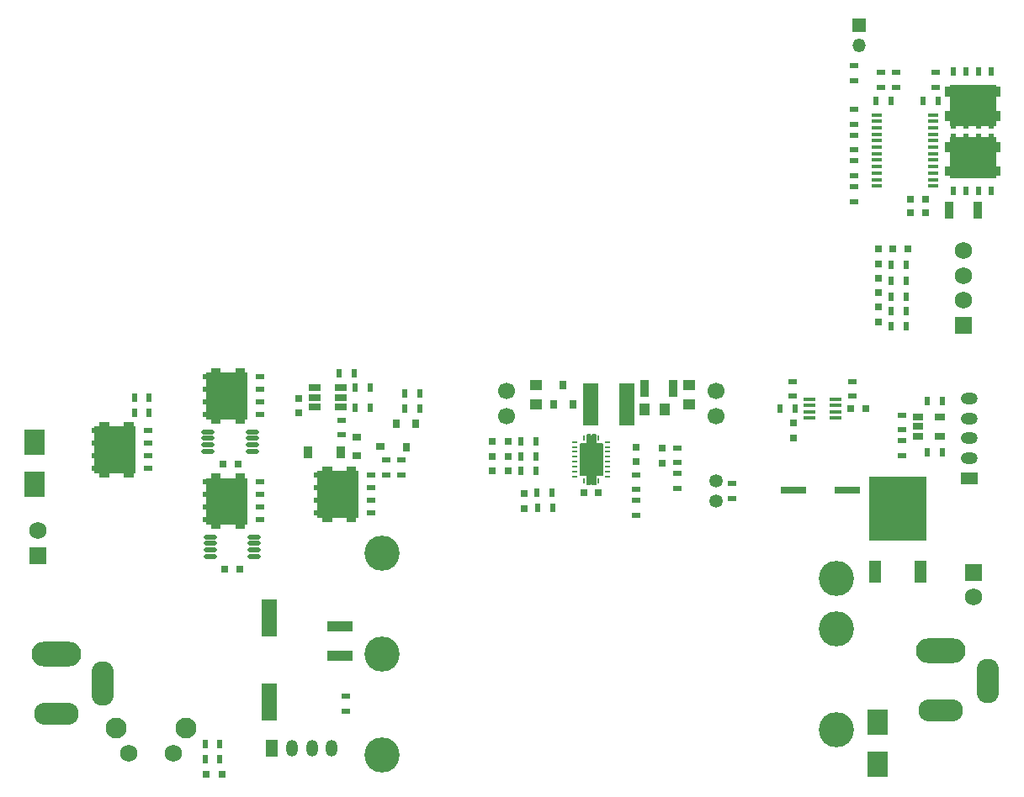
<source format=gts>
G04 #@! TF.GenerationSoftware,KiCad,Pcbnew,(5.1.8)-1*
G04 #@! TF.CreationDate,2020-12-30T11:10:38+09:00*
G04 #@! TF.ProjectId,JetsonXavierNX_UPS,4a657473-6f6e-4586-9176-6965724e585f,rev?*
G04 #@! TF.SameCoordinates,Original*
G04 #@! TF.FileFunction,Soldermask,Top*
G04 #@! TF.FilePolarity,Negative*
%FSLAX46Y46*%
G04 Gerber Fmt 4.6, Leading zero omitted, Abs format (unit mm)*
G04 Created by KiCad (PCBNEW (5.1.8)-1) date 2020-12-30 11:10:38*
%MOMM*%
%LPD*%
G01*
G04 APERTURE LIST*
%ADD10C,0.010000*%
%ADD11R,0.500000X0.900000*%
%ADD12R,1.220000X0.400000*%
%ADD13O,1.700000X1.200000*%
%ADD14R,1.700000X1.200000*%
%ADD15C,3.540000*%
%ADD16R,1.492199X3.701999*%
%ADD17R,0.620000X0.940000*%
%ADD18C,1.750000*%
%ADD19R,1.750000X1.750000*%
%ADD20R,2.590800X0.762000*%
%ADD21R,1.250000X1.000000*%
%ADD22R,1.000000X1.250000*%
%ADD23R,0.940000X0.620000*%
%ADD24R,0.800000X0.750000*%
%ADD25R,0.750000X0.800000*%
%ADD26R,2.500000X1.000000*%
%ADD27R,0.800000X0.800000*%
%ADD28R,0.800000X0.900000*%
%ADD29R,0.900000X1.200000*%
%ADD30R,2.030000X2.650000*%
%ADD31O,2.250000X4.500000*%
%ADD32O,4.500000X2.250000*%
%ADD33O,5.000000X2.500000*%
%ADD34R,1.200000X1.700000*%
%ADD35O,1.200000X1.700000*%
%ADD36R,1.350000X1.350000*%
%ADD37O,1.350000X1.350000*%
%ADD38R,1.500000X4.200000*%
%ADD39R,0.900000X0.800000*%
%ADD40R,0.900000X0.500000*%
%ADD41R,0.900000X1.700000*%
%ADD42C,2.100000*%
%ADD43O,1.350000X0.449999*%
%ADD44R,1.060000X0.650000*%
%ADD45R,1.100000X0.400000*%
%ADD46R,0.240000X0.600000*%
%ADD47R,0.600000X0.240000*%
%ADD48R,2.050000X3.050000*%
%ADD49C,0.300000*%
%ADD50R,1.220000X0.650000*%
%ADD51R,1.200000X2.200000*%
%ADD52R,5.800000X6.400000*%
%ADD53C,1.700000*%
%ADD54C,1.350000*%
G04 APERTURE END LIST*
D10*
G36*
X204850000Y-95350780D02*
G01*
X204850000Y-96250000D01*
X204348410Y-96250000D01*
X204348410Y-95350780D01*
X204850000Y-95350780D01*
G37*
X204850000Y-95350780D02*
X204850000Y-96250000D01*
X204348410Y-96250000D01*
X204348410Y-95350780D01*
X204850000Y-95350780D01*
G36*
X204850000Y-92899080D02*
G01*
X204850000Y-93800000D01*
X204347700Y-93800000D01*
X204347700Y-92899080D01*
X204850000Y-92899080D01*
G37*
X204850000Y-92899080D02*
X204850000Y-93800000D01*
X204347700Y-93800000D01*
X204347700Y-92899080D01*
X204850000Y-92899080D01*
G36*
X209850000Y-95350440D02*
G01*
X209850000Y-96250000D01*
X209350730Y-96250000D01*
X209350730Y-95350440D01*
X209850000Y-95350440D01*
G37*
X209850000Y-95350440D02*
X209850000Y-96250000D01*
X209350730Y-96250000D01*
X209350730Y-95350440D01*
X209850000Y-95350440D01*
G36*
X209850000Y-92898770D02*
G01*
X209850000Y-93800000D01*
X209352510Y-93800000D01*
X209352510Y-92898770D01*
X209850000Y-92898770D01*
G37*
X209850000Y-92898770D02*
X209850000Y-93800000D01*
X209352510Y-93800000D01*
X209352510Y-92898770D01*
X209850000Y-92898770D01*
G36*
X209400000Y-92698340D02*
G01*
X209400000Y-96750000D01*
X204797070Y-96750000D01*
X204797070Y-92698340D01*
X209400000Y-92698340D01*
G37*
X209400000Y-92698340D02*
X209400000Y-96750000D01*
X204797070Y-96750000D01*
X204797070Y-92698340D01*
X209400000Y-92698340D01*
G36*
X204800000Y-102001660D02*
G01*
X204800000Y-97950000D01*
X209402930Y-97950000D01*
X209402930Y-102001660D01*
X204800000Y-102001660D01*
G37*
X204800000Y-102001660D02*
X204800000Y-97950000D01*
X209402930Y-97950000D01*
X209402930Y-102001660D01*
X204800000Y-102001660D01*
G36*
X204350000Y-101801230D02*
G01*
X204350000Y-100900000D01*
X204847490Y-100900000D01*
X204847490Y-101801230D01*
X204350000Y-101801230D01*
G37*
X204350000Y-101801230D02*
X204350000Y-100900000D01*
X204847490Y-100900000D01*
X204847490Y-101801230D01*
X204350000Y-101801230D01*
G36*
X204350000Y-99349560D02*
G01*
X204350000Y-98450000D01*
X204849270Y-98450000D01*
X204849270Y-99349560D01*
X204350000Y-99349560D01*
G37*
X204350000Y-99349560D02*
X204350000Y-98450000D01*
X204849270Y-98450000D01*
X204849270Y-99349560D01*
X204350000Y-99349560D01*
G36*
X209350000Y-101800920D02*
G01*
X209350000Y-100900000D01*
X209852300Y-100900000D01*
X209852300Y-101800920D01*
X209350000Y-101800920D01*
G37*
X209350000Y-101800920D02*
X209350000Y-100900000D01*
X209852300Y-100900000D01*
X209852300Y-101800920D01*
X209350000Y-101800920D01*
G36*
X209350000Y-99349220D02*
G01*
X209350000Y-98450000D01*
X209851590Y-98450000D01*
X209851590Y-99349220D01*
X209350000Y-99349220D01*
G37*
X209350000Y-99349220D02*
X209350000Y-98450000D01*
X209851590Y-98450000D01*
X209851590Y-99349220D01*
X209350000Y-99349220D01*
G36*
X122801660Y-131700000D02*
G01*
X118750000Y-131700000D01*
X118750000Y-127097070D01*
X122801660Y-127097070D01*
X122801660Y-131700000D01*
G37*
X122801660Y-131700000D02*
X118750000Y-131700000D01*
X118750000Y-127097070D01*
X122801660Y-127097070D01*
X122801660Y-131700000D01*
G36*
X122601230Y-132150000D02*
G01*
X121700000Y-132150000D01*
X121700000Y-131652510D01*
X122601230Y-131652510D01*
X122601230Y-132150000D01*
G37*
X122601230Y-132150000D02*
X121700000Y-132150000D01*
X121700000Y-131652510D01*
X122601230Y-131652510D01*
X122601230Y-132150000D01*
G36*
X120149560Y-132150000D02*
G01*
X119250000Y-132150000D01*
X119250000Y-131650730D01*
X120149560Y-131650730D01*
X120149560Y-132150000D01*
G37*
X120149560Y-132150000D02*
X119250000Y-132150000D01*
X119250000Y-131650730D01*
X120149560Y-131650730D01*
X120149560Y-132150000D01*
G36*
X122600920Y-127150000D02*
G01*
X121700000Y-127150000D01*
X121700000Y-126647700D01*
X122600920Y-126647700D01*
X122600920Y-127150000D01*
G37*
X122600920Y-127150000D02*
X121700000Y-127150000D01*
X121700000Y-126647700D01*
X122600920Y-126647700D01*
X122600920Y-127150000D01*
G36*
X120149220Y-127150000D02*
G01*
X119250000Y-127150000D01*
X119250000Y-126648410D01*
X120149220Y-126648410D01*
X120149220Y-127150000D01*
G37*
X120149220Y-127150000D02*
X119250000Y-127150000D01*
X119250000Y-126648410D01*
X120149220Y-126648410D01*
X120149220Y-127150000D01*
G36*
X131349220Y-121750000D02*
G01*
X130450000Y-121750000D01*
X130450000Y-121248410D01*
X131349220Y-121248410D01*
X131349220Y-121750000D01*
G37*
X131349220Y-121750000D02*
X130450000Y-121750000D01*
X130450000Y-121248410D01*
X131349220Y-121248410D01*
X131349220Y-121750000D01*
G36*
X133800920Y-121750000D02*
G01*
X132900000Y-121750000D01*
X132900000Y-121247700D01*
X133800920Y-121247700D01*
X133800920Y-121750000D01*
G37*
X133800920Y-121750000D02*
X132900000Y-121750000D01*
X132900000Y-121247700D01*
X133800920Y-121247700D01*
X133800920Y-121750000D01*
G36*
X131349560Y-126750000D02*
G01*
X130450000Y-126750000D01*
X130450000Y-126250730D01*
X131349560Y-126250730D01*
X131349560Y-126750000D01*
G37*
X131349560Y-126750000D02*
X130450000Y-126750000D01*
X130450000Y-126250730D01*
X131349560Y-126250730D01*
X131349560Y-126750000D01*
G36*
X133801230Y-126750000D02*
G01*
X132900000Y-126750000D01*
X132900000Y-126252510D01*
X133801230Y-126252510D01*
X133801230Y-126750000D01*
G37*
X133801230Y-126750000D02*
X132900000Y-126750000D01*
X132900000Y-126252510D01*
X133801230Y-126252510D01*
X133801230Y-126750000D01*
G36*
X134001660Y-126300000D02*
G01*
X129950000Y-126300000D01*
X129950000Y-121697070D01*
X134001660Y-121697070D01*
X134001660Y-126300000D01*
G37*
X134001660Y-126300000D02*
X129950000Y-126300000D01*
X129950000Y-121697070D01*
X134001660Y-121697070D01*
X134001660Y-126300000D01*
G36*
X131349220Y-132350000D02*
G01*
X130450000Y-132350000D01*
X130450000Y-131848410D01*
X131349220Y-131848410D01*
X131349220Y-132350000D01*
G37*
X131349220Y-132350000D02*
X130450000Y-132350000D01*
X130450000Y-131848410D01*
X131349220Y-131848410D01*
X131349220Y-132350000D01*
G36*
X133800920Y-132350000D02*
G01*
X132900000Y-132350000D01*
X132900000Y-131847700D01*
X133800920Y-131847700D01*
X133800920Y-132350000D01*
G37*
X133800920Y-132350000D02*
X132900000Y-132350000D01*
X132900000Y-131847700D01*
X133800920Y-131847700D01*
X133800920Y-132350000D01*
G36*
X131349560Y-137350000D02*
G01*
X130450000Y-137350000D01*
X130450000Y-136850730D01*
X131349560Y-136850730D01*
X131349560Y-137350000D01*
G37*
X131349560Y-137350000D02*
X130450000Y-137350000D01*
X130450000Y-136850730D01*
X131349560Y-136850730D01*
X131349560Y-137350000D01*
G36*
X133801230Y-137350000D02*
G01*
X132900000Y-137350000D01*
X132900000Y-136852510D01*
X133801230Y-136852510D01*
X133801230Y-137350000D01*
G37*
X133801230Y-137350000D02*
X132900000Y-137350000D01*
X132900000Y-136852510D01*
X133801230Y-136852510D01*
X133801230Y-137350000D01*
G36*
X134001660Y-136900000D02*
G01*
X129950000Y-136900000D01*
X129950000Y-132297070D01*
X134001660Y-132297070D01*
X134001660Y-136900000D01*
G37*
X134001660Y-136900000D02*
X129950000Y-136900000D01*
X129950000Y-132297070D01*
X134001660Y-132297070D01*
X134001660Y-136900000D01*
G36*
X142549220Y-131650000D02*
G01*
X141650000Y-131650000D01*
X141650000Y-131148410D01*
X142549220Y-131148410D01*
X142549220Y-131650000D01*
G37*
X142549220Y-131650000D02*
X141650000Y-131650000D01*
X141650000Y-131148410D01*
X142549220Y-131148410D01*
X142549220Y-131650000D01*
G36*
X145000920Y-131650000D02*
G01*
X144100000Y-131650000D01*
X144100000Y-131147700D01*
X145000920Y-131147700D01*
X145000920Y-131650000D01*
G37*
X145000920Y-131650000D02*
X144100000Y-131650000D01*
X144100000Y-131147700D01*
X145000920Y-131147700D01*
X145000920Y-131650000D01*
G36*
X142549560Y-136650000D02*
G01*
X141650000Y-136650000D01*
X141650000Y-136150730D01*
X142549560Y-136150730D01*
X142549560Y-136650000D01*
G37*
X142549560Y-136650000D02*
X141650000Y-136650000D01*
X141650000Y-136150730D01*
X142549560Y-136150730D01*
X142549560Y-136650000D01*
G36*
X145001230Y-136650000D02*
G01*
X144100000Y-136650000D01*
X144100000Y-136152510D01*
X145001230Y-136152510D01*
X145001230Y-136650000D01*
G37*
X145001230Y-136650000D02*
X144100000Y-136650000D01*
X144100000Y-136152510D01*
X145001230Y-136152510D01*
X145001230Y-136650000D01*
G36*
X145201660Y-136200000D02*
G01*
X141150000Y-136200000D01*
X141150000Y-131597070D01*
X145201660Y-131597070D01*
X145201660Y-136200000D01*
G37*
X145201660Y-136200000D02*
X141150000Y-136200000D01*
X141150000Y-131597070D01*
X145201660Y-131597070D01*
X145201660Y-136200000D01*
G36*
X168223000Y-128773000D02*
G01*
X168223000Y-128000000D01*
X168223208Y-127992045D01*
X168223833Y-127984112D01*
X168224871Y-127976222D01*
X168226322Y-127968397D01*
X168228179Y-127960660D01*
X168230439Y-127953029D01*
X168233096Y-127945528D01*
X168236141Y-127938176D01*
X168239567Y-127930993D01*
X168243364Y-127924000D01*
X168247522Y-127917215D01*
X168252029Y-127910657D01*
X168256874Y-127904343D01*
X168262042Y-127898292D01*
X168267520Y-127892520D01*
X168273292Y-127887042D01*
X168279343Y-127881874D01*
X168285657Y-127877029D01*
X168292215Y-127872522D01*
X168299000Y-127868364D01*
X168305993Y-127864567D01*
X168313176Y-127861141D01*
X168320528Y-127858096D01*
X168328029Y-127855439D01*
X168335660Y-127853179D01*
X168343397Y-127851322D01*
X168351222Y-127849871D01*
X168359112Y-127848833D01*
X168367045Y-127848208D01*
X168375000Y-127848000D01*
X168475000Y-127848000D01*
X168482955Y-127848208D01*
X168490888Y-127848833D01*
X168498778Y-127849871D01*
X168506603Y-127851322D01*
X168514340Y-127853179D01*
X168521971Y-127855439D01*
X168529472Y-127858096D01*
X168536824Y-127861141D01*
X168544007Y-127864567D01*
X168551000Y-127868364D01*
X168557785Y-127872522D01*
X168564343Y-127877029D01*
X168570657Y-127881874D01*
X168576708Y-127887042D01*
X168582480Y-127892520D01*
X168587958Y-127898292D01*
X168593126Y-127904343D01*
X168597971Y-127910657D01*
X168602478Y-127917215D01*
X168606636Y-127924000D01*
X168610433Y-127930993D01*
X168613859Y-127938176D01*
X168616904Y-127945528D01*
X168619561Y-127953029D01*
X168621821Y-127960660D01*
X168623678Y-127968397D01*
X168625129Y-127976222D01*
X168626167Y-127984112D01*
X168626792Y-127992045D01*
X168627000Y-128000000D01*
X168627000Y-128373000D01*
X168772000Y-128373000D01*
X168773000Y-128373000D01*
X168773000Y-127998000D01*
X168773206Y-127990150D01*
X168773822Y-127982321D01*
X168774847Y-127974535D01*
X168776278Y-127966813D01*
X168778111Y-127959177D01*
X168780342Y-127951647D01*
X168782963Y-127944245D01*
X168785968Y-127936990D01*
X168789349Y-127929901D01*
X168793096Y-127923000D01*
X168797199Y-127916304D01*
X168801647Y-127909832D01*
X168806428Y-127903602D01*
X168811528Y-127897630D01*
X168816934Y-127891934D01*
X168822630Y-127886528D01*
X168828602Y-127881428D01*
X168834832Y-127876647D01*
X168841304Y-127872199D01*
X168848000Y-127868096D01*
X168854901Y-127864349D01*
X168861990Y-127860968D01*
X168869245Y-127857963D01*
X168876647Y-127855342D01*
X168884177Y-127853111D01*
X168891813Y-127851278D01*
X168899535Y-127849847D01*
X168907321Y-127848822D01*
X168915150Y-127848206D01*
X168923000Y-127848000D01*
X169026000Y-127848000D01*
X169033903Y-127848207D01*
X169041784Y-127848827D01*
X169049622Y-127849859D01*
X169057395Y-127851300D01*
X169065082Y-127853145D01*
X169072662Y-127855390D01*
X169080114Y-127858029D01*
X169087417Y-127861055D01*
X169094553Y-127864458D01*
X169101500Y-127868230D01*
X169108240Y-127872361D01*
X169114756Y-127876838D01*
X169121027Y-127881651D01*
X169127039Y-127886785D01*
X169132773Y-127892227D01*
X169138215Y-127897961D01*
X169143349Y-127903973D01*
X169148162Y-127910244D01*
X169152639Y-127916760D01*
X169156770Y-127923500D01*
X169160542Y-127930447D01*
X169163945Y-127937583D01*
X169166971Y-127944886D01*
X169169610Y-127952338D01*
X169171855Y-127959918D01*
X169173700Y-127967605D01*
X169175141Y-127975378D01*
X169176173Y-127983216D01*
X169176793Y-127991097D01*
X169177000Y-127999000D01*
X169177000Y-128773000D01*
X169675000Y-128773000D01*
X169682955Y-128773208D01*
X169690888Y-128773833D01*
X169698778Y-128774871D01*
X169706603Y-128776322D01*
X169714340Y-128778179D01*
X169721971Y-128780439D01*
X169729472Y-128783096D01*
X169736824Y-128786141D01*
X169744007Y-128789567D01*
X169751000Y-128793364D01*
X169757785Y-128797522D01*
X169764343Y-128802029D01*
X169770657Y-128806874D01*
X169776708Y-128812042D01*
X169782480Y-128817520D01*
X169787958Y-128823292D01*
X169793126Y-128829343D01*
X169797971Y-128835657D01*
X169802478Y-128842215D01*
X169806636Y-128849000D01*
X169810433Y-128855993D01*
X169813859Y-128863176D01*
X169816904Y-128870528D01*
X169819561Y-128878029D01*
X169821821Y-128885660D01*
X169823678Y-128893397D01*
X169825129Y-128901222D01*
X169826167Y-128909112D01*
X169826792Y-128917045D01*
X169827000Y-128925000D01*
X169827000Y-131876000D01*
X169826794Y-131883850D01*
X169826178Y-131891679D01*
X169825153Y-131899465D01*
X169823722Y-131907187D01*
X169821889Y-131914823D01*
X169819658Y-131922353D01*
X169817037Y-131929755D01*
X169814032Y-131937010D01*
X169810651Y-131944099D01*
X169806904Y-131951000D01*
X169802801Y-131957696D01*
X169798353Y-131964168D01*
X169793572Y-131970398D01*
X169788472Y-131976370D01*
X169783066Y-131982066D01*
X169777370Y-131987472D01*
X169771398Y-131992572D01*
X169765168Y-131997353D01*
X169758696Y-132001801D01*
X169752000Y-132005904D01*
X169745099Y-132009651D01*
X169738010Y-132013032D01*
X169730755Y-132016037D01*
X169723353Y-132018658D01*
X169715823Y-132020889D01*
X169708187Y-132022722D01*
X169700465Y-132024153D01*
X169692679Y-132025178D01*
X169684850Y-132025794D01*
X169677000Y-132026000D01*
X169178000Y-132026000D01*
X169177948Y-132026001D01*
X169177895Y-132026005D01*
X169177844Y-132026012D01*
X169177792Y-132026022D01*
X169177741Y-132026034D01*
X169177691Y-132026049D01*
X169177642Y-132026066D01*
X169177593Y-132026086D01*
X169177546Y-132026109D01*
X169177500Y-132026134D01*
X169177455Y-132026161D01*
X169177412Y-132026191D01*
X169177371Y-132026223D01*
X169177331Y-132026257D01*
X169177293Y-132026293D01*
X169177257Y-132026331D01*
X169177223Y-132026371D01*
X169177191Y-132026412D01*
X169177161Y-132026455D01*
X169177134Y-132026500D01*
X169177109Y-132026546D01*
X169177086Y-132026593D01*
X169177066Y-132026642D01*
X169177049Y-132026691D01*
X169177034Y-132026741D01*
X169177022Y-132026792D01*
X169177012Y-132026844D01*
X169177005Y-132026895D01*
X169177001Y-132026948D01*
X169177000Y-132027000D01*
X169177000Y-132801000D01*
X169176794Y-132808850D01*
X169176178Y-132816679D01*
X169175153Y-132824465D01*
X169173722Y-132832187D01*
X169171889Y-132839823D01*
X169169658Y-132847353D01*
X169167037Y-132854755D01*
X169164032Y-132862010D01*
X169160651Y-132869099D01*
X169156904Y-132876000D01*
X169152801Y-132882696D01*
X169148353Y-132889168D01*
X169143572Y-132895398D01*
X169138472Y-132901370D01*
X169133066Y-132907066D01*
X169127370Y-132912472D01*
X169121398Y-132917572D01*
X169115168Y-132922353D01*
X169108696Y-132926801D01*
X169102000Y-132930904D01*
X169095099Y-132934651D01*
X169088010Y-132938032D01*
X169080755Y-132941037D01*
X169073353Y-132943658D01*
X169065823Y-132945889D01*
X169058187Y-132947722D01*
X169050465Y-132949153D01*
X169042679Y-132950178D01*
X169034850Y-132950794D01*
X169027000Y-132951000D01*
X168922000Y-132951000D01*
X168914202Y-132950796D01*
X168906425Y-132950184D01*
X168898691Y-132949166D01*
X168891021Y-132947744D01*
X168883436Y-132945923D01*
X168875956Y-132943707D01*
X168868603Y-132941103D01*
X168861396Y-132938118D01*
X168854355Y-132934760D01*
X168847500Y-132931038D01*
X168840849Y-132926962D01*
X168834420Y-132922544D01*
X168828231Y-132917795D01*
X168822300Y-132912729D01*
X168816641Y-132907359D01*
X168811271Y-132901700D01*
X168806205Y-132895769D01*
X168801456Y-132889580D01*
X168797038Y-132883151D01*
X168792962Y-132876500D01*
X168789240Y-132869645D01*
X168785882Y-132862604D01*
X168782897Y-132855397D01*
X168780293Y-132848044D01*
X168778077Y-132840564D01*
X168776256Y-132832979D01*
X168774834Y-132825309D01*
X168773816Y-132817575D01*
X168773204Y-132809798D01*
X168773000Y-132802000D01*
X168773000Y-132427000D01*
X168628000Y-132427000D01*
X168627948Y-132427001D01*
X168627895Y-132427005D01*
X168627844Y-132427012D01*
X168627792Y-132427022D01*
X168627741Y-132427034D01*
X168627691Y-132427049D01*
X168627642Y-132427066D01*
X168627593Y-132427086D01*
X168627546Y-132427109D01*
X168627500Y-132427134D01*
X168627455Y-132427161D01*
X168627412Y-132427191D01*
X168627371Y-132427223D01*
X168627331Y-132427257D01*
X168627293Y-132427293D01*
X168627257Y-132427331D01*
X168627223Y-132427371D01*
X168627191Y-132427412D01*
X168627161Y-132427455D01*
X168627134Y-132427500D01*
X168627109Y-132427546D01*
X168627086Y-132427593D01*
X168627066Y-132427642D01*
X168627049Y-132427691D01*
X168627034Y-132427741D01*
X168627022Y-132427792D01*
X168627012Y-132427844D01*
X168627005Y-132427895D01*
X168627001Y-132427948D01*
X168627000Y-132428000D01*
X168627000Y-132801000D01*
X168626794Y-132808850D01*
X168626178Y-132816679D01*
X168625153Y-132824465D01*
X168623722Y-132832187D01*
X168621889Y-132839823D01*
X168619658Y-132847353D01*
X168617037Y-132854755D01*
X168614032Y-132862010D01*
X168610651Y-132869099D01*
X168606904Y-132876000D01*
X168602801Y-132882696D01*
X168598353Y-132889168D01*
X168593572Y-132895398D01*
X168588472Y-132901370D01*
X168583066Y-132907066D01*
X168577370Y-132912472D01*
X168571398Y-132917572D01*
X168565168Y-132922353D01*
X168558696Y-132926801D01*
X168552000Y-132930904D01*
X168545099Y-132934651D01*
X168538010Y-132938032D01*
X168530755Y-132941037D01*
X168523353Y-132943658D01*
X168515823Y-132945889D01*
X168508187Y-132947722D01*
X168500465Y-132949153D01*
X168492679Y-132950178D01*
X168484850Y-132950794D01*
X168477000Y-132951000D01*
X168371000Y-132951000D01*
X168363254Y-132950797D01*
X168355530Y-132950189D01*
X168347848Y-132949178D01*
X168340229Y-132947766D01*
X168332695Y-132945957D01*
X168325265Y-132943756D01*
X168317962Y-132941170D01*
X168310803Y-132938205D01*
X168303809Y-132934869D01*
X168297000Y-132931172D01*
X168290393Y-132927123D01*
X168284008Y-132922735D01*
X168277861Y-132918018D01*
X168271969Y-132912985D01*
X168266348Y-132907652D01*
X168261015Y-132902031D01*
X168255982Y-132896139D01*
X168251265Y-132889992D01*
X168246877Y-132883607D01*
X168242828Y-132877000D01*
X168239131Y-132870191D01*
X168235795Y-132863197D01*
X168232830Y-132856038D01*
X168230244Y-132848735D01*
X168228043Y-132841305D01*
X168226234Y-132833771D01*
X168224822Y-132826152D01*
X168223811Y-132818470D01*
X168223203Y-132810746D01*
X168223000Y-132803000D01*
X168223000Y-132027000D01*
X167725000Y-132027000D01*
X167717045Y-132026792D01*
X167709112Y-132026167D01*
X167701222Y-132025129D01*
X167693397Y-132023678D01*
X167685660Y-132021821D01*
X167678029Y-132019561D01*
X167670528Y-132016904D01*
X167663176Y-132013859D01*
X167655993Y-132010433D01*
X167649000Y-132006636D01*
X167642215Y-132002478D01*
X167635657Y-131997971D01*
X167629343Y-131993126D01*
X167623292Y-131987958D01*
X167617520Y-131982480D01*
X167612042Y-131976708D01*
X167606874Y-131970657D01*
X167602029Y-131964343D01*
X167597522Y-131957785D01*
X167593364Y-131951000D01*
X167589567Y-131944007D01*
X167586141Y-131936824D01*
X167583096Y-131929472D01*
X167580439Y-131921971D01*
X167578179Y-131914340D01*
X167576322Y-131906603D01*
X167574871Y-131898778D01*
X167573833Y-131890888D01*
X167573208Y-131882955D01*
X167573000Y-131875000D01*
X167573000Y-128926000D01*
X167573208Y-128918045D01*
X167573833Y-128910112D01*
X167574871Y-128902222D01*
X167576322Y-128894397D01*
X167578179Y-128886660D01*
X167580439Y-128879029D01*
X167583096Y-128871528D01*
X167586141Y-128864176D01*
X167589567Y-128856993D01*
X167593364Y-128850000D01*
X167597522Y-128843215D01*
X167602029Y-128836657D01*
X167606874Y-128830343D01*
X167612042Y-128824292D01*
X167617520Y-128818520D01*
X167623292Y-128813042D01*
X167629343Y-128807874D01*
X167635657Y-128803029D01*
X167642215Y-128798522D01*
X167649000Y-128794364D01*
X167655993Y-128790567D01*
X167663176Y-128787141D01*
X167670528Y-128784096D01*
X167678029Y-128781439D01*
X167685660Y-128779179D01*
X167693397Y-128777322D01*
X167701222Y-128775871D01*
X167709112Y-128774833D01*
X167717045Y-128774208D01*
X167725000Y-128774000D01*
X168222000Y-128774000D01*
X168222052Y-128773999D01*
X168222105Y-128773995D01*
X168222156Y-128773988D01*
X168222208Y-128773978D01*
X168222259Y-128773966D01*
X168222309Y-128773951D01*
X168222358Y-128773934D01*
X168222407Y-128773914D01*
X168222454Y-128773891D01*
X168222500Y-128773866D01*
X168222545Y-128773839D01*
X168222588Y-128773809D01*
X168222629Y-128773777D01*
X168222669Y-128773743D01*
X168222707Y-128773707D01*
X168222743Y-128773669D01*
X168222777Y-128773629D01*
X168222809Y-128773588D01*
X168222839Y-128773545D01*
X168222866Y-128773500D01*
X168222891Y-128773454D01*
X168222914Y-128773407D01*
X168222934Y-128773358D01*
X168222951Y-128773309D01*
X168222966Y-128773259D01*
X168222978Y-128773208D01*
X168222988Y-128773156D01*
X168222995Y-128773105D01*
X168222999Y-128773052D01*
X168223000Y-128773000D01*
G37*
X168223000Y-128773000D02*
X168223000Y-128000000D01*
X168223208Y-127992045D01*
X168223833Y-127984112D01*
X168224871Y-127976222D01*
X168226322Y-127968397D01*
X168228179Y-127960660D01*
X168230439Y-127953029D01*
X168233096Y-127945528D01*
X168236141Y-127938176D01*
X168239567Y-127930993D01*
X168243364Y-127924000D01*
X168247522Y-127917215D01*
X168252029Y-127910657D01*
X168256874Y-127904343D01*
X168262042Y-127898292D01*
X168267520Y-127892520D01*
X168273292Y-127887042D01*
X168279343Y-127881874D01*
X168285657Y-127877029D01*
X168292215Y-127872522D01*
X168299000Y-127868364D01*
X168305993Y-127864567D01*
X168313176Y-127861141D01*
X168320528Y-127858096D01*
X168328029Y-127855439D01*
X168335660Y-127853179D01*
X168343397Y-127851322D01*
X168351222Y-127849871D01*
X168359112Y-127848833D01*
X168367045Y-127848208D01*
X168375000Y-127848000D01*
X168475000Y-127848000D01*
X168482955Y-127848208D01*
X168490888Y-127848833D01*
X168498778Y-127849871D01*
X168506603Y-127851322D01*
X168514340Y-127853179D01*
X168521971Y-127855439D01*
X168529472Y-127858096D01*
X168536824Y-127861141D01*
X168544007Y-127864567D01*
X168551000Y-127868364D01*
X168557785Y-127872522D01*
X168564343Y-127877029D01*
X168570657Y-127881874D01*
X168576708Y-127887042D01*
X168582480Y-127892520D01*
X168587958Y-127898292D01*
X168593126Y-127904343D01*
X168597971Y-127910657D01*
X168602478Y-127917215D01*
X168606636Y-127924000D01*
X168610433Y-127930993D01*
X168613859Y-127938176D01*
X168616904Y-127945528D01*
X168619561Y-127953029D01*
X168621821Y-127960660D01*
X168623678Y-127968397D01*
X168625129Y-127976222D01*
X168626167Y-127984112D01*
X168626792Y-127992045D01*
X168627000Y-128000000D01*
X168627000Y-128373000D01*
X168772000Y-128373000D01*
X168773000Y-128373000D01*
X168773000Y-127998000D01*
X168773206Y-127990150D01*
X168773822Y-127982321D01*
X168774847Y-127974535D01*
X168776278Y-127966813D01*
X168778111Y-127959177D01*
X168780342Y-127951647D01*
X168782963Y-127944245D01*
X168785968Y-127936990D01*
X168789349Y-127929901D01*
X168793096Y-127923000D01*
X168797199Y-127916304D01*
X168801647Y-127909832D01*
X168806428Y-127903602D01*
X168811528Y-127897630D01*
X168816934Y-127891934D01*
X168822630Y-127886528D01*
X168828602Y-127881428D01*
X168834832Y-127876647D01*
X168841304Y-127872199D01*
X168848000Y-127868096D01*
X168854901Y-127864349D01*
X168861990Y-127860968D01*
X168869245Y-127857963D01*
X168876647Y-127855342D01*
X168884177Y-127853111D01*
X168891813Y-127851278D01*
X168899535Y-127849847D01*
X168907321Y-127848822D01*
X168915150Y-127848206D01*
X168923000Y-127848000D01*
X169026000Y-127848000D01*
X169033903Y-127848207D01*
X169041784Y-127848827D01*
X169049622Y-127849859D01*
X169057395Y-127851300D01*
X169065082Y-127853145D01*
X169072662Y-127855390D01*
X169080114Y-127858029D01*
X169087417Y-127861055D01*
X169094553Y-127864458D01*
X169101500Y-127868230D01*
X169108240Y-127872361D01*
X169114756Y-127876838D01*
X169121027Y-127881651D01*
X169127039Y-127886785D01*
X169132773Y-127892227D01*
X169138215Y-127897961D01*
X169143349Y-127903973D01*
X169148162Y-127910244D01*
X169152639Y-127916760D01*
X169156770Y-127923500D01*
X169160542Y-127930447D01*
X169163945Y-127937583D01*
X169166971Y-127944886D01*
X169169610Y-127952338D01*
X169171855Y-127959918D01*
X169173700Y-127967605D01*
X169175141Y-127975378D01*
X169176173Y-127983216D01*
X169176793Y-127991097D01*
X169177000Y-127999000D01*
X169177000Y-128773000D01*
X169675000Y-128773000D01*
X169682955Y-128773208D01*
X169690888Y-128773833D01*
X169698778Y-128774871D01*
X169706603Y-128776322D01*
X169714340Y-128778179D01*
X169721971Y-128780439D01*
X169729472Y-128783096D01*
X169736824Y-128786141D01*
X169744007Y-128789567D01*
X169751000Y-128793364D01*
X169757785Y-128797522D01*
X169764343Y-128802029D01*
X169770657Y-128806874D01*
X169776708Y-128812042D01*
X169782480Y-128817520D01*
X169787958Y-128823292D01*
X169793126Y-128829343D01*
X169797971Y-128835657D01*
X169802478Y-128842215D01*
X169806636Y-128849000D01*
X169810433Y-128855993D01*
X169813859Y-128863176D01*
X169816904Y-128870528D01*
X169819561Y-128878029D01*
X169821821Y-128885660D01*
X169823678Y-128893397D01*
X169825129Y-128901222D01*
X169826167Y-128909112D01*
X169826792Y-128917045D01*
X169827000Y-128925000D01*
X169827000Y-131876000D01*
X169826794Y-131883850D01*
X169826178Y-131891679D01*
X169825153Y-131899465D01*
X169823722Y-131907187D01*
X169821889Y-131914823D01*
X169819658Y-131922353D01*
X169817037Y-131929755D01*
X169814032Y-131937010D01*
X169810651Y-131944099D01*
X169806904Y-131951000D01*
X169802801Y-131957696D01*
X169798353Y-131964168D01*
X169793572Y-131970398D01*
X169788472Y-131976370D01*
X169783066Y-131982066D01*
X169777370Y-131987472D01*
X169771398Y-131992572D01*
X169765168Y-131997353D01*
X169758696Y-132001801D01*
X169752000Y-132005904D01*
X169745099Y-132009651D01*
X169738010Y-132013032D01*
X169730755Y-132016037D01*
X169723353Y-132018658D01*
X169715823Y-132020889D01*
X169708187Y-132022722D01*
X169700465Y-132024153D01*
X169692679Y-132025178D01*
X169684850Y-132025794D01*
X169677000Y-132026000D01*
X169178000Y-132026000D01*
X169177948Y-132026001D01*
X169177895Y-132026005D01*
X169177844Y-132026012D01*
X169177792Y-132026022D01*
X169177741Y-132026034D01*
X169177691Y-132026049D01*
X169177642Y-132026066D01*
X169177593Y-132026086D01*
X169177546Y-132026109D01*
X169177500Y-132026134D01*
X169177455Y-132026161D01*
X169177412Y-132026191D01*
X169177371Y-132026223D01*
X169177331Y-132026257D01*
X169177293Y-132026293D01*
X169177257Y-132026331D01*
X169177223Y-132026371D01*
X169177191Y-132026412D01*
X169177161Y-132026455D01*
X169177134Y-132026500D01*
X169177109Y-132026546D01*
X169177086Y-132026593D01*
X169177066Y-132026642D01*
X169177049Y-132026691D01*
X169177034Y-132026741D01*
X169177022Y-132026792D01*
X169177012Y-132026844D01*
X169177005Y-132026895D01*
X169177001Y-132026948D01*
X169177000Y-132027000D01*
X169177000Y-132801000D01*
X169176794Y-132808850D01*
X169176178Y-132816679D01*
X169175153Y-132824465D01*
X169173722Y-132832187D01*
X169171889Y-132839823D01*
X169169658Y-132847353D01*
X169167037Y-132854755D01*
X169164032Y-132862010D01*
X169160651Y-132869099D01*
X169156904Y-132876000D01*
X169152801Y-132882696D01*
X169148353Y-132889168D01*
X169143572Y-132895398D01*
X169138472Y-132901370D01*
X169133066Y-132907066D01*
X169127370Y-132912472D01*
X169121398Y-132917572D01*
X169115168Y-132922353D01*
X169108696Y-132926801D01*
X169102000Y-132930904D01*
X169095099Y-132934651D01*
X169088010Y-132938032D01*
X169080755Y-132941037D01*
X169073353Y-132943658D01*
X169065823Y-132945889D01*
X169058187Y-132947722D01*
X169050465Y-132949153D01*
X169042679Y-132950178D01*
X169034850Y-132950794D01*
X169027000Y-132951000D01*
X168922000Y-132951000D01*
X168914202Y-132950796D01*
X168906425Y-132950184D01*
X168898691Y-132949166D01*
X168891021Y-132947744D01*
X168883436Y-132945923D01*
X168875956Y-132943707D01*
X168868603Y-132941103D01*
X168861396Y-132938118D01*
X168854355Y-132934760D01*
X168847500Y-132931038D01*
X168840849Y-132926962D01*
X168834420Y-132922544D01*
X168828231Y-132917795D01*
X168822300Y-132912729D01*
X168816641Y-132907359D01*
X168811271Y-132901700D01*
X168806205Y-132895769D01*
X168801456Y-132889580D01*
X168797038Y-132883151D01*
X168792962Y-132876500D01*
X168789240Y-132869645D01*
X168785882Y-132862604D01*
X168782897Y-132855397D01*
X168780293Y-132848044D01*
X168778077Y-132840564D01*
X168776256Y-132832979D01*
X168774834Y-132825309D01*
X168773816Y-132817575D01*
X168773204Y-132809798D01*
X168773000Y-132802000D01*
X168773000Y-132427000D01*
X168628000Y-132427000D01*
X168627948Y-132427001D01*
X168627895Y-132427005D01*
X168627844Y-132427012D01*
X168627792Y-132427022D01*
X168627741Y-132427034D01*
X168627691Y-132427049D01*
X168627642Y-132427066D01*
X168627593Y-132427086D01*
X168627546Y-132427109D01*
X168627500Y-132427134D01*
X168627455Y-132427161D01*
X168627412Y-132427191D01*
X168627371Y-132427223D01*
X168627331Y-132427257D01*
X168627293Y-132427293D01*
X168627257Y-132427331D01*
X168627223Y-132427371D01*
X168627191Y-132427412D01*
X168627161Y-132427455D01*
X168627134Y-132427500D01*
X168627109Y-132427546D01*
X168627086Y-132427593D01*
X168627066Y-132427642D01*
X168627049Y-132427691D01*
X168627034Y-132427741D01*
X168627022Y-132427792D01*
X168627012Y-132427844D01*
X168627005Y-132427895D01*
X168627001Y-132427948D01*
X168627000Y-132428000D01*
X168627000Y-132801000D01*
X168626794Y-132808850D01*
X168626178Y-132816679D01*
X168625153Y-132824465D01*
X168623722Y-132832187D01*
X168621889Y-132839823D01*
X168619658Y-132847353D01*
X168617037Y-132854755D01*
X168614032Y-132862010D01*
X168610651Y-132869099D01*
X168606904Y-132876000D01*
X168602801Y-132882696D01*
X168598353Y-132889168D01*
X168593572Y-132895398D01*
X168588472Y-132901370D01*
X168583066Y-132907066D01*
X168577370Y-132912472D01*
X168571398Y-132917572D01*
X168565168Y-132922353D01*
X168558696Y-132926801D01*
X168552000Y-132930904D01*
X168545099Y-132934651D01*
X168538010Y-132938032D01*
X168530755Y-132941037D01*
X168523353Y-132943658D01*
X168515823Y-132945889D01*
X168508187Y-132947722D01*
X168500465Y-132949153D01*
X168492679Y-132950178D01*
X168484850Y-132950794D01*
X168477000Y-132951000D01*
X168371000Y-132951000D01*
X168363254Y-132950797D01*
X168355530Y-132950189D01*
X168347848Y-132949178D01*
X168340229Y-132947766D01*
X168332695Y-132945957D01*
X168325265Y-132943756D01*
X168317962Y-132941170D01*
X168310803Y-132938205D01*
X168303809Y-132934869D01*
X168297000Y-132931172D01*
X168290393Y-132927123D01*
X168284008Y-132922735D01*
X168277861Y-132918018D01*
X168271969Y-132912985D01*
X168266348Y-132907652D01*
X168261015Y-132902031D01*
X168255982Y-132896139D01*
X168251265Y-132889992D01*
X168246877Y-132883607D01*
X168242828Y-132877000D01*
X168239131Y-132870191D01*
X168235795Y-132863197D01*
X168232830Y-132856038D01*
X168230244Y-132848735D01*
X168228043Y-132841305D01*
X168226234Y-132833771D01*
X168224822Y-132826152D01*
X168223811Y-132818470D01*
X168223203Y-132810746D01*
X168223000Y-132803000D01*
X168223000Y-132027000D01*
X167725000Y-132027000D01*
X167717045Y-132026792D01*
X167709112Y-132026167D01*
X167701222Y-132025129D01*
X167693397Y-132023678D01*
X167685660Y-132021821D01*
X167678029Y-132019561D01*
X167670528Y-132016904D01*
X167663176Y-132013859D01*
X167655993Y-132010433D01*
X167649000Y-132006636D01*
X167642215Y-132002478D01*
X167635657Y-131997971D01*
X167629343Y-131993126D01*
X167623292Y-131987958D01*
X167617520Y-131982480D01*
X167612042Y-131976708D01*
X167606874Y-131970657D01*
X167602029Y-131964343D01*
X167597522Y-131957785D01*
X167593364Y-131951000D01*
X167589567Y-131944007D01*
X167586141Y-131936824D01*
X167583096Y-131929472D01*
X167580439Y-131921971D01*
X167578179Y-131914340D01*
X167576322Y-131906603D01*
X167574871Y-131898778D01*
X167573833Y-131890888D01*
X167573208Y-131882955D01*
X167573000Y-131875000D01*
X167573000Y-128926000D01*
X167573208Y-128918045D01*
X167573833Y-128910112D01*
X167574871Y-128902222D01*
X167576322Y-128894397D01*
X167578179Y-128886660D01*
X167580439Y-128879029D01*
X167583096Y-128871528D01*
X167586141Y-128864176D01*
X167589567Y-128856993D01*
X167593364Y-128850000D01*
X167597522Y-128843215D01*
X167602029Y-128836657D01*
X167606874Y-128830343D01*
X167612042Y-128824292D01*
X167617520Y-128818520D01*
X167623292Y-128813042D01*
X167629343Y-128807874D01*
X167635657Y-128803029D01*
X167642215Y-128798522D01*
X167649000Y-128794364D01*
X167655993Y-128790567D01*
X167663176Y-128787141D01*
X167670528Y-128784096D01*
X167678029Y-128781439D01*
X167685660Y-128779179D01*
X167693397Y-128777322D01*
X167701222Y-128775871D01*
X167709112Y-128774833D01*
X167717045Y-128774208D01*
X167725000Y-128774000D01*
X168222000Y-128774000D01*
X168222052Y-128773999D01*
X168222105Y-128773995D01*
X168222156Y-128773988D01*
X168222208Y-128773978D01*
X168222259Y-128773966D01*
X168222309Y-128773951D01*
X168222358Y-128773934D01*
X168222407Y-128773914D01*
X168222454Y-128773891D01*
X168222500Y-128773866D01*
X168222545Y-128773839D01*
X168222588Y-128773809D01*
X168222629Y-128773777D01*
X168222669Y-128773743D01*
X168222707Y-128773707D01*
X168222743Y-128773669D01*
X168222777Y-128773629D01*
X168222809Y-128773588D01*
X168222839Y-128773545D01*
X168222866Y-128773500D01*
X168222891Y-128773454D01*
X168222914Y-128773407D01*
X168222934Y-128773358D01*
X168222951Y-128773309D01*
X168222966Y-128773259D01*
X168222978Y-128773208D01*
X168222988Y-128773156D01*
X168222995Y-128773105D01*
X168222999Y-128773052D01*
X168223000Y-128773000D01*
D11*
X124250000Y-125700000D03*
X122750000Y-125700000D03*
X124250000Y-124200000D03*
X122750000Y-124200000D03*
D12*
X190690000Y-124330000D03*
X190690000Y-124970000D03*
X190690000Y-125630000D03*
X190690000Y-126270000D03*
X193310000Y-126270000D03*
X193310000Y-125630000D03*
X193310000Y-124970000D03*
X193310000Y-124330000D03*
D13*
X206800000Y-124300000D03*
X206800000Y-126300000D03*
X206800000Y-128300000D03*
X206800000Y-130300000D03*
D14*
X206800000Y-132300000D03*
D15*
X147640000Y-139840000D03*
X147640000Y-160160000D03*
X147640000Y-150000000D03*
X193360000Y-142380000D03*
X193360000Y-147460000D03*
X193360000Y-157620000D03*
D16*
X136300000Y-146350300D03*
X136300000Y-154849700D03*
D17*
X209005000Y-96655000D03*
X207735000Y-96655000D03*
X206465000Y-96655000D03*
X205195000Y-96655000D03*
X205195000Y-91345000D03*
X206465000Y-91345000D03*
X207735000Y-91345000D03*
X209005000Y-91345000D03*
X205195000Y-103355000D03*
X206465000Y-103355000D03*
X207735000Y-103355000D03*
X209005000Y-103355000D03*
X209005000Y-98045000D03*
X207735000Y-98045000D03*
X206465000Y-98045000D03*
X205195000Y-98045000D03*
D18*
X206200000Y-109400000D03*
X206200000Y-111900000D03*
X206200000Y-114400000D03*
D19*
X206200000Y-116900000D03*
D20*
X194505100Y-133500000D03*
X189094900Y-133500000D03*
D21*
X163200000Y-124900000D03*
X163200000Y-122900000D03*
X178600000Y-122900000D03*
X178600000Y-124900000D03*
D22*
X174100000Y-125400000D03*
X176100000Y-125400000D03*
D23*
X124155000Y-131305000D03*
X124155000Y-130035000D03*
X124155000Y-128765000D03*
X124155000Y-127495000D03*
X118845000Y-127495000D03*
X118845000Y-128765000D03*
X118845000Y-130035000D03*
X118845000Y-131305000D03*
D24*
X131650000Y-130900000D03*
X133150000Y-130900000D03*
X133350000Y-141500000D03*
X131850000Y-141500000D03*
X196350000Y-125300000D03*
X194850000Y-125300000D03*
D25*
X189100000Y-128250000D03*
X189100000Y-126750000D03*
D24*
X202350000Y-104200000D03*
X200850000Y-104200000D03*
X202350000Y-105600000D03*
X200850000Y-105600000D03*
D25*
X197600000Y-116550000D03*
X197600000Y-115050000D03*
X197600000Y-112150000D03*
X197600000Y-113650000D03*
X197600000Y-110750000D03*
X197600000Y-109250000D03*
D24*
X200550000Y-109200000D03*
X199050000Y-109200000D03*
X167950000Y-133800000D03*
X169450000Y-133800000D03*
D25*
X175900000Y-130815001D03*
X175900000Y-129315001D03*
X173200000Y-130650000D03*
X173200000Y-129150000D03*
X162000000Y-133850000D03*
X162000000Y-135350000D03*
X139300000Y-125750000D03*
X139300000Y-124250000D03*
D26*
X143400000Y-150200000D03*
X143400000Y-147200000D03*
D27*
X158800000Y-128600000D03*
X160400000Y-128600000D03*
X130000000Y-162100000D03*
X131600000Y-162100000D03*
D28*
X165900000Y-122900000D03*
X166850000Y-124900000D03*
X164950000Y-124900000D03*
D29*
X143550000Y-129700000D03*
X140250000Y-129700000D03*
D27*
X160400000Y-130100000D03*
X158800000Y-130100000D03*
D30*
X197500000Y-156910000D03*
X197500000Y-161090000D03*
X112700000Y-128710000D03*
X112700000Y-132890000D03*
D31*
X208600000Y-152700000D03*
D32*
X203900000Y-155700000D03*
D33*
X203900000Y-149700000D03*
D18*
X207200000Y-144300000D03*
D19*
X207200000Y-141800000D03*
D34*
X136600000Y-159500000D03*
D35*
X138600000Y-159500000D03*
X140600000Y-159500000D03*
X142600000Y-159500000D03*
D19*
X113000000Y-140100000D03*
D18*
X113000000Y-137600000D03*
D33*
X114900000Y-150000000D03*
D32*
X114900000Y-156000000D03*
D31*
X119600000Y-153000000D03*
D19*
X206200000Y-116900000D03*
D18*
X206200000Y-114400000D03*
X206200000Y-111900000D03*
X206200000Y-109400000D03*
D36*
X195700000Y-86700000D03*
D37*
X195700000Y-88700000D03*
D38*
X172300000Y-124900000D03*
X168700000Y-124900000D03*
D27*
X158800000Y-131600000D03*
X160400000Y-131600000D03*
D23*
X130045000Y-125905000D03*
X130045000Y-124635000D03*
X130045000Y-123365000D03*
X130045000Y-122095000D03*
X135355000Y-122095000D03*
X135355000Y-123365000D03*
X135355000Y-124635000D03*
X135355000Y-125905000D03*
X130045000Y-136505000D03*
X130045000Y-135235000D03*
X130045000Y-133965000D03*
X130045000Y-132695000D03*
X135355000Y-132695000D03*
X135355000Y-133965000D03*
X135355000Y-135235000D03*
X135355000Y-136505000D03*
X141245000Y-135805000D03*
X141245000Y-134535000D03*
X141245000Y-133265000D03*
X141245000Y-131995000D03*
X146555000Y-131995000D03*
X146555000Y-133265000D03*
X146555000Y-134535000D03*
X146555000Y-135805000D03*
D28*
X150100000Y-129200000D03*
X149150000Y-126800000D03*
X151050000Y-126800000D03*
D39*
X145100000Y-128150000D03*
X145100000Y-130050000D03*
X147500000Y-129100000D03*
D40*
X144000000Y-155750000D03*
X144000000Y-154250000D03*
X189000000Y-122550000D03*
X189000000Y-124050000D03*
D11*
X187750000Y-125300000D03*
X189250000Y-125300000D03*
D40*
X195000000Y-122550000D03*
X195000000Y-124050000D03*
D11*
X131350000Y-160600000D03*
X129850000Y-160600000D03*
X131350000Y-159100000D03*
X129850000Y-159100000D03*
X204050000Y-124500000D03*
X202550000Y-124500000D03*
X204050000Y-129700000D03*
X202550000Y-129700000D03*
D40*
X200000000Y-130050000D03*
X200000000Y-128550000D03*
X200000000Y-127450000D03*
X200000000Y-125950000D03*
D11*
X144950000Y-125200000D03*
X146450000Y-125200000D03*
X200400000Y-117000000D03*
X198900000Y-117000000D03*
D40*
X195200000Y-102950000D03*
X195200000Y-104450000D03*
D11*
X198900000Y-115500000D03*
X200400000Y-115500000D03*
D40*
X195200000Y-100350000D03*
X195200000Y-101850000D03*
D11*
X200400000Y-114000000D03*
X198900000Y-114000000D03*
D40*
X195200000Y-97750000D03*
X195200000Y-99250000D03*
X195200000Y-95150000D03*
X195200000Y-96650000D03*
D11*
X198900000Y-112400000D03*
X200400000Y-112400000D03*
X202150000Y-94300000D03*
X203650000Y-94300000D03*
X197350000Y-94300000D03*
X198850000Y-94300000D03*
D40*
X203400000Y-91450000D03*
X203400000Y-92950000D03*
X199400000Y-91450000D03*
X199400000Y-92950000D03*
X197900000Y-92950000D03*
X197900000Y-91450000D03*
D11*
X200400000Y-110800000D03*
X198900000Y-110800000D03*
D41*
X207650000Y-105300000D03*
X204750000Y-105300000D03*
D40*
X195200000Y-90750000D03*
X195200000Y-92250000D03*
X182900000Y-134350000D03*
X182900000Y-132850000D03*
D41*
X174050000Y-123300000D03*
X176950000Y-123300000D03*
D11*
X161650000Y-131600000D03*
X163150000Y-131600000D03*
X161650000Y-130100000D03*
X163150000Y-130100000D03*
X163150000Y-128600000D03*
X161650000Y-128600000D03*
D40*
X177400000Y-130750000D03*
X177400000Y-129250000D03*
X173200000Y-131950000D03*
X173200000Y-133450000D03*
D11*
X164750000Y-133800000D03*
X163250000Y-133800000D03*
X164850000Y-135300000D03*
X163350000Y-135300000D03*
D40*
X177400000Y-131850000D03*
X177400000Y-133350000D03*
X173200000Y-136050000D03*
X173200000Y-134550000D03*
X149600000Y-130450000D03*
X149600000Y-131950000D03*
X148100000Y-131950000D03*
X148100000Y-130450000D03*
D11*
X149950000Y-125300000D03*
X151450000Y-125300000D03*
X149950000Y-123800000D03*
X151450000Y-123800000D03*
X146450000Y-123200000D03*
X144950000Y-123200000D03*
D40*
X143600000Y-127950000D03*
X143600000Y-126450000D03*
D11*
X144850000Y-121700000D03*
X143350000Y-121700000D03*
D42*
X127950000Y-157510000D03*
D18*
X126700000Y-160000000D03*
X122200000Y-160000000D03*
D42*
X120940000Y-157510000D03*
D43*
X130174998Y-129574999D03*
X130174998Y-128924998D03*
X130174998Y-128274999D03*
X130174998Y-127624998D03*
X134624999Y-127624998D03*
X134624999Y-128274999D03*
X134624999Y-128924998D03*
X134624999Y-129574999D03*
X134824999Y-140174999D03*
X134824999Y-139524998D03*
X134824999Y-138874999D03*
X134824999Y-138224998D03*
X130374998Y-138224998D03*
X130374998Y-138874999D03*
X130374998Y-139524998D03*
X130374998Y-140174999D03*
D44*
X203800000Y-126150000D03*
X203800000Y-128050000D03*
X201600000Y-128050000D03*
X201600000Y-127100000D03*
X201600000Y-126150000D03*
D45*
X197450000Y-102875000D03*
X197450000Y-102225000D03*
X197450000Y-101575000D03*
X197450000Y-100925000D03*
X197450000Y-100275000D03*
X197450000Y-99625000D03*
X197450000Y-98975000D03*
X197450000Y-98325000D03*
X197450000Y-97675000D03*
X197450000Y-97025000D03*
X197450000Y-96375000D03*
X197450000Y-95725000D03*
X203150000Y-95725000D03*
X203150000Y-96375000D03*
X203150000Y-97025000D03*
X203150000Y-97675000D03*
X203150000Y-98325000D03*
X203150000Y-98975000D03*
X203150000Y-99625000D03*
X203150000Y-100275000D03*
X203150000Y-100925000D03*
X203150000Y-101575000D03*
X203150000Y-102225000D03*
X203150000Y-102875000D03*
D46*
X167950000Y-128250000D03*
X169450000Y-128250000D03*
X167950000Y-132550000D03*
X169450000Y-132550000D03*
D47*
X167050000Y-130150000D03*
X167050000Y-130650000D03*
X167050000Y-131150000D03*
X167050000Y-131650000D03*
X167050000Y-132150000D03*
X167050000Y-129650000D03*
X167050000Y-129150000D03*
X167050000Y-128650000D03*
X170350000Y-130150000D03*
X170350000Y-130650000D03*
X170350000Y-131150000D03*
X170350000Y-131650000D03*
X170350000Y-132150000D03*
X170350000Y-129650000D03*
X170350000Y-129150000D03*
X170350000Y-128650000D03*
D48*
X168700000Y-130400000D03*
D49*
X168700000Y-130925000D03*
X167925000Y-130925000D03*
X169475000Y-130925000D03*
X168700000Y-129875000D03*
X167925000Y-129875000D03*
X169475000Y-129875000D03*
X168700000Y-131675000D03*
X168700000Y-129125000D03*
D50*
X143524999Y-125114999D03*
X143524999Y-124164999D03*
X143524999Y-123214999D03*
X140904999Y-123214999D03*
X140904999Y-124164999D03*
X140904999Y-125114999D03*
D51*
X201880000Y-141700000D03*
X197320000Y-141700000D03*
D52*
X199600000Y-135400000D03*
D53*
X160200000Y-123560000D03*
D54*
X181300000Y-132600000D03*
D53*
X160200000Y-126100000D03*
X181300000Y-126100000D03*
X181300000Y-123560000D03*
D54*
X181300000Y-134600000D03*
M02*

</source>
